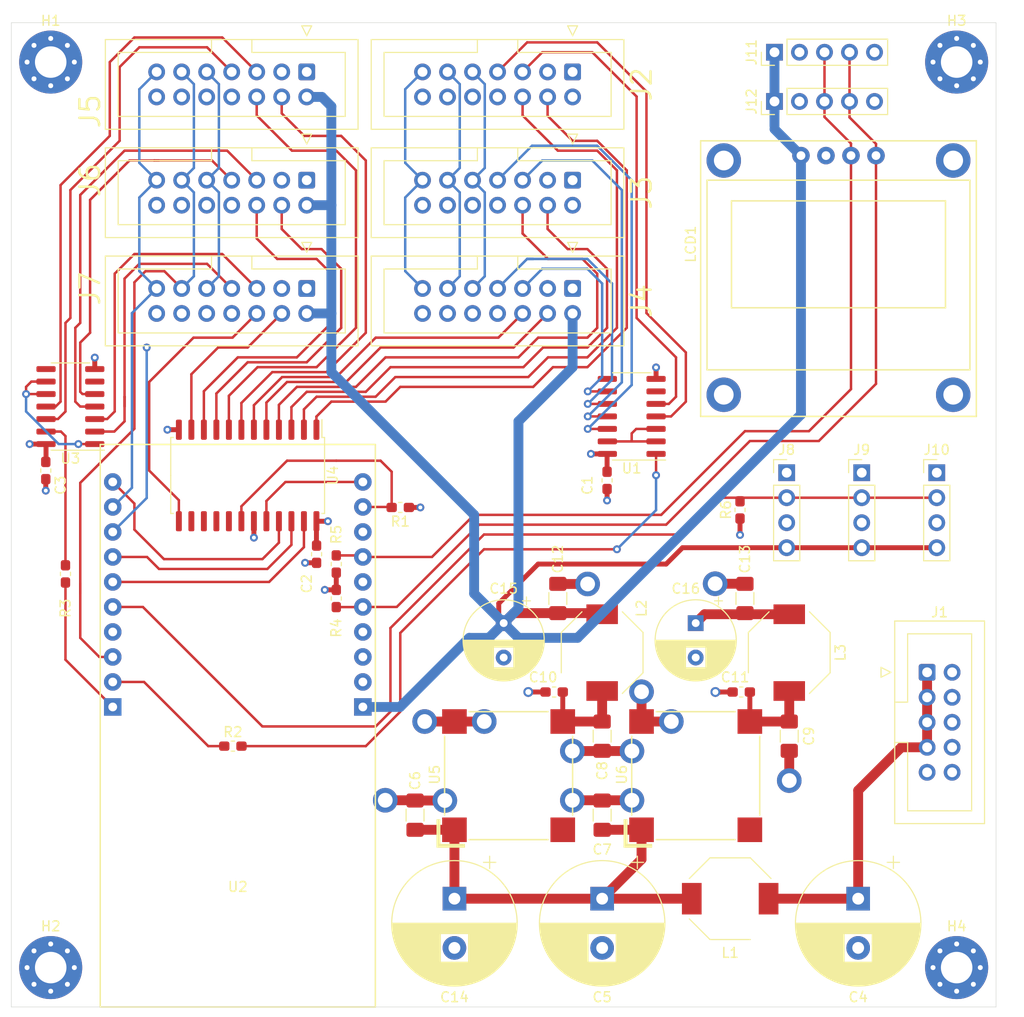
<source format=kicad_pcb>
(kicad_pcb (version 20211014) (generator pcbnew)
  (layers (0 "F.Cu" signal) (1 "In1.Cu" signal) (2 "In2.Cu" signal) (31 "B.Cu" signal) (34 "B.Paste" user) (35 "F.Paste" user) (36 "B.SilkS" user "B.Silkscreen") (37 "F.SilkS" user "F.Silkscreen") (38 "B.Mask" user) (39 "F.Mask" user) (44 "Edge.Cuts" user))
  (net 0 "")
  (net 1 "GND")
  (net 2 "+3V3")
  (net 3 "Net-(J1-Pad2)")
  (net 4 "Net-(J1-Pad9)")
  (net 5 "+9V")
  (net 6 "Net-(R1-Pad2)")
  (net 7 "Net-(R2-Pad2)")
  (net 8 "Net-(R2-Pad1)")
  (net 9 "Net-(U1-Pad13)")
  (net 10 "Net-(U2-Pad20)")
  (net 11 "Net-(U2-Pad17)")
  (net 12 "Net-(U2-Pad16)")
  (net 13 "Net-(U2-Pad14)")
  (net 14 "Net-(U2-Pad10)")
  (net 15 "Net-(U2-Pad8)")
  (net 16 "Net-(U2-Pad6)")
  (net 17 "Net-(U2-Pad4)")
  (net 18 "Net-(U4-Pad17)")
  (net 19 "Net-(U4-Pad16)")
  (net 20 "Net-(U4-Pad15)")
  (net 21 "Net-(U4-Pad14)")
  (net 22 "Net-(R3-Pad2)")
  (net 23 "Net-(R3-Pad1)")
  (net 24 "Net-(U2-Pad2)")
  (net 25 "Net-(C10-Pad1)")
  (net 26 "Net-(C11-Pad1)")
  (net 27 "+5V")
  (net 28 "Net-(U5-Pad4)")
  (net 29 "Net-(U6-Pad4)")
  (net 30 "Net-(C14-Pad1)")
  (net 31 "/ESP1/~{CS_2}")
  (net 32 "/ESP1/~{CS_1}")
  (net 33 "/ESP1/SCLK")
  (net 34 "/ESP1/MISO")
  (net 35 "/ESP1/MOSI")
  (net 36 "/ESP1/IRQ_2")
  (net 37 "/ESP1/IRQ_1")
  (net 38 "/ESP1/~{CS_4}")
  (net 39 "/ESP1/~{CS_3}")
  (net 40 "/ESP1/IRQ_4")
  (net 41 "/ESP1/IRQ_3")
  (net 42 "/ESP1/~{CS_6}")
  (net 43 "/ESP1/~{CS_5}")
  (net 44 "/ESP1/IRQ_6")
  (net 45 "/ESP1/IRQ_5")
  (net 46 "/ESP1/~{CS_8}")
  (net 47 "/ESP1/~{CS_7}")
  (net 48 "/ESP1/IRQ_8")
  (net 49 "/ESP1/IRQ_7")
  (net 50 "/ESP1/~{CS_10}")
  (net 51 "/ESP1/~{CS_9}")
  (net 52 "/ESP1/IRQ_10")
  (net 53 "/ESP1/IRQ_9")
  (net 54 "/ESP1/~{CS_12}")
  (net 55 "/ESP1/~{CS_11}")
  (net 56 "/ESP1/IRQ_12")
  (net 57 "/ESP1/IRQ_11")
  (net 58 "Net-(U3-Pad1)")
  (net 59 "Net-(J10-Pad2)")
  (net 60 "Net-(J11-Pad4)")
  (net 61 "Net-(J11-Pad3)")
  (footprint "Capacitor_SMD:C_0603_1608Metric_Pad1.05x0.95mm_HandSolder" (layer "F.Cu") (at 100.5 86.5 -90)
    (fp_text reference "C1")
    (fp_text value "0.1 uF")
  )
  (footprint "Connector_IDC:IDC-Header_2x05_P2.54mm_Vertical" (layer "F.Cu") (at 133 106)
    (fp_text reference "J1")
    (fp_text value "Conn_02x05_Odd_Even")
  )
  (footprint "Package_SO:SOIC-24W_7.5x15.4mm_P1.27mm" (layer "F.Cu") (at 64 86 -90)
    (fp_text reference "U4")
    (fp_text value "4072")
  )
  (footprint "MountingHole:MountingHole_3.2mm_M3_Pad_Via" (layer "F.Cu") (at 44 44)
    (fp_text reference "H1")
    (fp_text value "MountingHole")
  )
  (footprint "MountingHole:MountingHole_3.2mm_M3_Pad_Via" (layer "F.Cu") (at 44 136)
    (fp_text reference "H2")
    (fp_text value "MountingHole")
  )
  (footprint "MountingHole:MountingHole_3.2mm_M3_Pad_Via" (layer "F.Cu") (at 136 44)
    (fp_text reference "H3")
    (fp_text value "MountingHole")
  )
  (footprint "MountingHole:MountingHole_3.2mm_M3_Pad_Via" (layer "F.Cu") (at 136 136)
    (fp_text reference "H4")
    (fp_text value "MountingHole")
  )
  (footprint "Resistor_SMD:R_0603_1608Metric_Pad1.05x0.95mm_HandSolder" (layer "F.Cu") (at 45.5 96 90)
    (fp_text reference "R3")
    (fp_text value "330R")
  )
  (footprint "Resistor_SMD:R_0603_1608Metric_Pad1.05x0.95mm_HandSolder" (layer "F.Cu") (at 79.5 89.25 180)
    (fp_text reference "R1")
    (fp_text value "10K")
  )
  (footprint "Capacitor_SMD:C_1206_3216Metric_Pad1.42x1.75mm_HandSolder" (layer "F.Cu") (at 81 120.5125 90)
    (fp_text reference "C6")
    (fp_text value "10 uF, 35V")
  )
  (footprint "Capacitor_SMD:C_1206_3216Metric_Pad1.42x1.75mm_HandSolder" (layer "F.Cu") (at 100 120.5125 90)
    (fp_text reference "C7")
    (fp_text value "10 uF, 35V")
  )
  (footprint "Capacitor_SMD:C_1206_3216Metric_Pad1.42x1.75mm_HandSolder" (layer "F.Cu") (at 100 112.4875 -90)
    (fp_text reference "C8")
    (fp_text value "22 uF")
  )
  (footprint "Capacitor_SMD:C_1206_3216Metric_Pad1.42x1.75mm_HandSolder" (layer "F.Cu") (at 119 112.4875 -90)
    (fp_text reference "C9")
    (fp_text value "22 uF")
  )
  (footprint "Capacitor_SMD:C_0603_1608Metric_Pad1.05x0.95mm_HandSolder" (layer "F.Cu") (at 95.125 108 180)
    (fp_text reference "C10")
    (fp_text value "0.1 uF")
  )
  (footprint "Capacitor_SMD:C_0603_1608Metric_Pad1.05x0.95mm_HandSolder" (layer "F.Cu") (at 114.125 108 180)
    (fp_text reference "C11")
    (fp_text value "0.1 uF")
  )
  (footprint "custom:VXO78x-500-M" (layer "F.Cu") (at 109.5 116.5 90)
    (fp_text reference "U6")
    (fp_text value "VXO7803-500-M")
  )
  (footprint "Connector_IDC:IDC-Header_2x07_P2.54mm_Vertical" (layer "F.Cu") (at 97 56 -90)
    (fp_text reference "J3")
    (fp_text value "Conn_02x07_Odd_Even")
  )
  (footprint "Connector_IDC:IDC-Header_2x07_P2.54mm_Vertical" (layer "F.Cu") (at 97 67 -90)
    (fp_text reference "J4")
    (fp_text value "Conn_02x07_Odd_Even")
  )
  (footprint "Connector_IDC:IDC-Header_2x07_P2.54mm_Vertical" (layer "F.Cu") (at 70 67 -90)
    (fp_text reference "J7")
    (fp_text value "Conn_02x07_Odd_Even")
  )
  (footprint "Connector_IDC:IDC-Header_2x07_P2.54mm_Vertical" (layer "F.Cu") (at 70 56 -90)
    (fp_text reference "J6")
    (fp_text value "Conn_02x07_Odd_Even")
  )
  (footprint "Connector_IDC:IDC-Header_2x07_P2.54mm_Vertical" (layer "F.Cu") (at 70 45 -90)
    (fp_text reference "J5")
    (fp_text value "Conn_02x07_Odd_Even")
  )
  (footprint "Capacitor_THT:CP_Radial_D12.5mm_P5.00mm" (layer "F.Cu") (at 85 129 -90)
    (fp_text reference "C14")
    (fp_text value "CP1")
  )
  (footprint "Capacitor_THT:CP_Radial_D12.5mm_P5.00mm" (layer "F.Cu") (at 126 129 -90)
    (fp_text reference "C4")
    (fp_text value "CP1")
  )
  (footprint "Capacitor_THT:CP_Radial_D12.5mm_P5.00mm" (layer "F.Cu") (at 100 129 -90)
    (fp_text reference "C5")
    (fp_text value "CP1")
  )
  (footprint "Inductor_SMD:L_Bourns-SRU8028_8.0x8.0mm" (layer "F.Cu") (at 113 129 180)
    (fp_text reference "L1")
    (fp_text value "47 uH")
  )
  (footprint "custom:VXO78x-500-M" (layer "F.Cu") (at 90.5 116.5 90)
    (fp_text reference "U5")
    (fp_text value "VXO7805-500-M")
  )
  (footprint "Capacitor_SMD:C_1206_3216Metric_Pad1.42x1.75mm_HandSolder" (layer "F.Cu") (at 95.5 98.5 90)
    (fp_text reference "C12")
    (fp_text value "22 uF")
  )
  (footprint "Inductor_SMD:L_Bourns-SRU8028_8.0x8.0mm" (layer "F.Cu") (at 100 104 90)
    (fp_text reference "L2")
    (fp_text value "47 uH")
  )
  (footprint "Capacitor_THT:CP_Radial_D8.0mm_P3.50mm" (layer "F.Cu") (at 90 101 -90)
    (fp_text reference "C15")
    (fp_text value "CP1")
  )
  (footprint "Capacitor_THT:CP_Radial_D8.0mm_P3.50mm" (layer "F.Cu") (at 109.5 101 -90)
    (fp_text reference "C16")
    (fp_text value "CP1")
  )
  (footprint "Inductor_SMD:L_Bourns-SRU8028_8.0x8.0mm" (layer "F.Cu") (at 119 104 90)
    (fp_text reference "L3")
    (fp_text value "47 uH")
  )
  (footprint "Capacitor_SMD:C_1206_3216Metric_Pad1.42x1.75mm_HandSolder" (layer "F.Cu") (at 114.5 98.5 90)
    (fp_text reference "C13")
    (fp_text value "22 uF")
  )
  (footprint "Connector_IDC:IDC-Header_2x07_P2.54mm_Vertical" (layer "F.Cu") (at 97 45 -90)
    (fp_text reference "J2")
    (fp_text value "Conn_02x07_Odd_Even")
  )
  (footprint "Capacitor_SMD:C_0603_1608Metric_Pad1.05x0.95mm_HandSolder" (layer "F.Cu") (at 43.5 85.5 -90)
    (fp_text reference "C3")
    (fp_text value "0.1 uF")
  )
  (footprint "Capacitor_SMD:C_0603_1608Metric_Pad1.05x0.95mm_HandSolder" (layer "F.Cu") (at 71 94 -90)
    (fp_text reference "C2")
    (fp_text value "0.1 uF")
  )
  (footprint "Resistor_SMD:R_0603_1608Metric_Pad1.05x0.95mm_HandSolder" (layer "F.Cu") (at 73 98.5 -90)
    (fp_text reference "R4")
    (fp_text value "2.2K")
  )
  (footprint "Resistor_SMD:R_0603_1608Metric_Pad1.05x0.95mm_HandSolder" (layer "F.Cu") (at 73 95 90)
    (fp_text reference "R5")
    (fp_text value "2.2K")
  )
  (footprint "Package_SO:SOIC-14_3.9x8.7mm_P1.27mm" (layer "F.Cu") (at 46 79 180)
    (fp_text reference "U3")
    (fp_text value "4072")
  )
  (footprint "custom:12864-DISP-I2C" (layer "F.Cu") (at 124 53.5)
    (fp_text reference "LCD1")
    (fp_text value "0.96\"-SSD1306-DISP-I2C")
  )
  (footprint "Energy Monitor - ESP32 PCB:ESP32-POE" (layer "F.Cu") (at 63 140)
    (fp_text reference "U2")
    (fp_text value "ESP32-POE Module")
  )
  (footprint "Package_SO:SOIC-14_3.9x8.7mm_P1.27mm" (layer "F.Cu") (at 103 80 180)
    (fp_text reference "U1")
    (fp_text value "4072")
  )
  (footprint "Resistor_SMD:R_0603_1608Metric_Pad1.05x0.95mm_HandSolder" (layer "F.Cu") (at 62.5 113.5)
    (fp_text reference "R2")
    (fp_text value "330R")
  )
  (footprint "Connector_PinHeader_2.54mm:PinHeader_1x04_P2.54mm_Vertical" (layer "F.Cu") (at 118.74 85.72)
    (fp_text reference "J8")
    (fp_text value "Conn_01x04")
  )
  (footprint "Connector_PinHeader_2.54mm:PinHeader_1x04_P2.54mm_Vertical" (layer "F.Cu") (at 126.36 85.72)
    (fp_text reference "J9")
    (fp_text value "Conn_01x04")
  )
  (footprint "Connector_PinHeader_2.54mm:PinHeader_1x04_P2.54mm_Vertical" (layer "F.Cu") (at 133.98 85.72)
    (fp_text reference "J10")
    (fp_text value "Conn_01x04")
  )
  (footprint "Resistor_SMD:R_0603_1608Metric_Pad1.05x0.95mm_HandSolder" (layer "F.Cu") (at 114 89.5 90)
    (fp_text reference "R6")
    (fp_text value "10K")
  )
  (footprint "Connector_PinHeader_2.54mm:PinHeader_1x05_P2.54mm_Vertical" (layer "F.Cu") (at 117.5 43 90)
    (fp_text reference "J11")
    (fp_text value "Conn_01x05")
  )
  (footprint "Connector_PinHeader_2.54mm:PinHeader_1x05_P2.54mm_Vertical" (layer "F.Cu") (at 117.5 48 90)
    (fp_text reference "J12")
    (fp_text value "Conn_01x05")
  )
  (gr_line (start 140 40) (end 40 40) (layer "Edge.Cuts") (width 0.05))
  (gr_line (start 140 140) (end 140 40) (layer "Edge.Cuts") (width 0.05))
  (gr_line (start 40 140) (end 140 140) (layer "Edge.Cuts") (width 0.05))
  (gr_line (start 40 40) (end 40 140) (layer "Edge.Cuts") (width 0.05))
  (segment (start 81 119) (end 77.975 119) (width 1) (layer "F.Cu") (net 1))
  (segment (start 112 108) (end 112 108) (width 0.5) (layer "F.Cu") (net 1))
  (segment (start 94.25 108) (end 92.5 108) (width 0.5) (layer "F.Cu") (net 1))
  (segment (start 114.5 97) (end 111.475 97) (width 1) (layer "F.Cu") (net 1))
  (segment (start 48.475 74.025) (end 48.475 74.025) (width 0.5) (layer "F.Cu") (net 1))
  (segment (start 71 94.875) (end 69.835 94.875) (width 0.5) (layer "F.Cu") (net 1))
  (segment (start 43.5 86.375) (end 43.5 87.54) (width 0.5) (layer "F.Cu") (net 1))
  (segment (start 100.5 87.375) (end 100.5 88.54) (width 0.5) (layer "F.Cu") (net 1))
  (segment (start 64.635 90.65) (end 64.635 92.315) (width 0.5) (layer "F.Cu") (net 1))
  (segment (start 105.475 76.19) (end 105.475 75.025) (width 0.5) (layer "F.Cu") (net 1))
  (segment (start 95.5 97.025) (end 98.525 97.025) (width 1) (layer "F.Cu") (net 1))
  (segment (start 81 119.025) (end 84.025 119.025) (width 1) (layer "F.Cu") (net 1))
  (segment (start 113.25 108) (end 111.5 108) (width 0.5) (layer "F.Cu") (net 1))
  (segment (start 100 119) (end 96.975 119) (width 1) (layer "F.Cu") (net 1))
  (segment (start 48.475 75.19) (end 48.475 74.025) (width 0.5) (layer "F.Cu") (net 1))
  (segment (start 100 114) (end 96.975 114) (width 1) (layer "F.Cu") (net 1))
  (segment (start 104 111) (end 104 107.975) (width 1) (layer "F.Cu") (net 1))
  (segment (start 85 111) (end 81.975 111) (width 1) (layer "F.Cu") (net 1))
  (segment (start 85 111) (end 88.025 111) (width 1) (layer "F.Cu") (net 1))
  (segment (start 100 114) (end 103.025 114) (width 1) (layer "F.Cu") (net 1))
  (segment (start 119 113.975) (end 119 117) (width 1) (layer "F.Cu") (net 1))
  (segment (start 100 119) (end 103.025 119) (width 1) (layer "F.Cu") (net 1))
  (segment (start 104 111) (end 107.025 111) (width 1) (layer "F.Cu") (net 1))
  (segment (start 57.015 81.35) (end 55.85 81.35) (width 0.5) (layer "F.Cu") (net 1))
  (via (at 119 117) (size 2.5) (drill 1.5) (layers "F.Cu" "B.Cu") (net 1))
  (via (at 77.975 119) (size 2.5) (drill 1.5) (layers "F.Cu" "B.Cu") (net 1))
  (via (at 92.5 108) (size 1) (drill 0.6) (layers "F.Cu" "B.Cu") (net 1))
  (via (at 111.475 97) (size 2.5) (drill 1.5) (layers "F.Cu" "B.Cu") (net 1))
  (via (at 69.835 94.875) (size 0.8) (drill 0.4) (layers "F.Cu" "B.Cu") (net 1))
  (via (at 43.5 87.54) (size 0.8) (drill 0.4) (layers "F.Cu" "B.Cu") (net 1))
  (via (at 100.5 88.54) (size 0.8) (drill 0.4) (layers "F.Cu" "B.Cu") (net 1))
  (via (at 64.635 92.315) (size 0.8) (drill 0.4) (layers "F.Cu" "B.Cu") (net 1))
  (via (at 105.475 75.025) (size 0.8) (drill 0.4) (layers "F.Cu" "B.Cu") (net 1))
  (via (at 98.525 97.025) (size 2.5) (drill 1.5) (layers "F.Cu" "B.Cu") (net 1))
  (via (at 48.475 74.025) (size 0.8) (drill 0.4) (layers "F.Cu" "B.Cu") (net 1))
  (via (at 111.5 108) (size 1) (drill 0.6) (layers "F.Cu" "B.Cu") (net 1))
  (via (at 84.025 119.025) (size 2.5) (drill 1.5) (layers "F.Cu" "B.Cu") (net 1))
  (via (at 55.85 81.35) (size 0.8) (drill 0.4) (layers "F.Cu" "B.Cu") (net 1))
  (via (at 103.025 119) (size 2.5) (drill 1.5) (layers "F.Cu" "B.Cu") (net 1))
  (via (at 104 107.975) (size 2.5) (drill 1.5) (layers "F.Cu" "B.Cu") (net 1))
  (via (at 96.975 114) (size 2.5) (drill 1.5) (layers "F.Cu" "B.Cu") (net 1))
  (via (at 107.025 111) (size 2.5) (drill 1.5) (layers "F.Cu" "B.Cu") (net 1))
  (via (at 81.975 111) (size 2.5) (drill 1.5) (layers "F.Cu" "B.Cu") (net 1))
  (via (at 103.025 114) (size 2.5) (drill 1.5) (layers "F.Cu" "B.Cu") (net 1))
  (via (at 96.975 119) (size 2.5) (drill 1.5) (layers "F.Cu" "B.Cu") (net 1))
  (via (at 88.025 111) (size 2.5) (drill 1.5) (layers "F.Cu" "B.Cu") (net 1))
  (segment (start 43.525 82.81) (end 41.86 82.81) (width 0.5) (layer "F.Cu") (net 2))
  (segment (start 80.375 89.25) (end 81.54 89.25) (width 0.5) (layer "F.Cu") (net 2))
  (segment (start 114 90.375) (end 114 92.04) (width 0.5) (layer "F.Cu") (net 2))
  (segment (start 70.985 90.65) (end 70.985 93.11) (width 0.5) (layer "F.Cu") (net 2))
  (segment (start 73 97.625) (end 71.835 97.625) (width 0.5) (layer "F.Cu") (net 2))
  (segment (start 43.525 82.81) (end 43.525 84.6) (width 0.5) (layer "F.Cu") (net 2))
  (segment (start 100.5 85.625) (end 100.5 83.835) (width 0.5) (layer "F.Cu") (net 2))
  (segment (start 110.4 100.1) (end 119 100.1) (width 1) (layer "F.Cu") (net 2))
  (segment (start 100.5 83.835) (end 100.525 83.81) (width 0.5) (layer "F.Cu") (net 2))
  (segment (start 100.525 83.81) (end 98.86 83.81) (width 0.5) (layer "F.Cu") (net 2))
  (segment (start 70.985 90.65) (end 72.15 90.65) (width 0.5) (layer "F.Cu") (net 2))
  (segment (start 109.5 101) (end 110.4 100.1) (width 1) (layer "F.Cu") (net 2))
  (segment (start 73 95.875) (end 73 97.625) (width 0.5) (layer "F.Cu") (net 2))
  (segment (start 43.525 84.6) (end 43.5 84.625) (width 0.5) (layer "F.Cu") (net 2))
  (segment (start 70.985 93.11) (end 71 93.125) (width 0.5) (layer "F.Cu") (net 2))
  (via (at 41.86 82.81) (size 0.8) (drill 0.4) (layers "F.Cu" "B.Cu") (net 2))
  (via (at 81.54 89.25) (size 0.8) (drill 0.4) (layers "F.Cu" "B.Cu") (net 2))
  (via (at 114 92.04) (size 0.8) (drill 0.4) (layers "F.Cu" "B.Cu") (net 2))
  (via (at 72.15 90.65) (size 0.8) (drill 0.4) (layers "F.Cu" "B.Cu") (net 2))
  (via (at 98.86 83.81) (size 0.8) (drill 0.4) (layers "F.Cu" "B.Cu") (net 2))
  (via (at 71.835 97.625) (size 0.8) (drill 0.4) (layers "F.Cu" "B.Cu") (net 2))
  (segment (start 130.38 113.62) (end 133 113.62) (width 1) (layer "F.Cu") (net 5))
  (segment (start 126 129) (end 126 118) (width 1) (layer "F.Cu") (net 5))
  (segment (start 120.5 129) (end 116.9 129) (width 1) (layer "F.Cu") (net 5))
  (segment (start 133 113.62) (end 133 106) (width 1) (layer "F.Cu") (net 5))
  (segment (start 120.5 129) (end 126 129) (width 1) (layer "F.Cu") (net 5))
  (segment (start 126 118) (end 130.38 113.62) (width 1) (layer "F.Cu") (net 5))
  (segment (start 77.5 84.5) (end 78.625 85.625) (width 0.25) (layer "F.Cu") (net 6))
  (segment (start 68 84.5) (end 73 84.5) (width 0.25) (layer "F.Cu") (net 6))
  (segment (start 63.365 90.65) (end 63.365 89.135) (width 0.25) (layer "F.Cu") (net 6))
  (segment (start 78.325 89.2) (end 78.625 89.5) (width 0.25) (layer "F.Cu") (net 6))
  (segment (start 75.7 89.2) (end 78.325 89.2) (width 0.25) (layer "F.Cu") (net 6))
  (segment (start 73 84.5) (end 77.5 84.5) (width 0.25) (layer "F.Cu") (net 6))
  (segment (start 78.625 85.625) (end 78.625 89.25) (width 0.25) (layer "F.Cu") (net 6))
  (segment (start 63.365 89.135) (end 68 84.5) (width 0.25) (layer "F.Cu") (net 6))
  (segment (start 79.5 110) (end 79.5 102) (width 0.25) (layer "F.Cu") (net 7))
  (segment (start 79.5 102) (end 88 93.5) (width 0.25) (layer "F.Cu") (net 7))
  (segment (start 88 93.5) (end 101.500004 93.5) (width 0.25) (layer "F.Cu") (net 7))
  (segment (start 105.475 83.81) (end 105.475 85.975) (width 0.25) (layer "F.Cu") (net 7))
  (segment (start 76 113.5) (end 79.5 110) (width 0.25) (layer "F.Cu") (net 7))
  (segment (start 63.375 113.5) (end 76 113.5) (width 0.25) (layer "F.Cu") (net 7))
  (via (at 105.475 85.975) (size 0.8) (drill 0.4) (layers "F.Cu" "B.Cu") (net 7))
  (via (at 101.500004 93.5) (size 0.8) (drill 0.4) (layers "F.Cu" "B.Cu") (net 7))
  (segment (start 105.475 85.975) (end 105.475 89.525004) (width 0.25) (layer "B.Cu") (net 7))
  (segment (start 105.475 89.525004) (end 101.500004 93.5) (width 0.25) (layer "B.Cu") (net 7))
  (segment (start 50.3 106.98) (end 53.48 106.98) (width 0.25) (layer "F.Cu") (net 8))
  (segment (start 60 113.5) (end 61.625 113.5) (width 0.25) (layer "F.Cu") (net 8))
  (segment (start 53.48 106.98) (end 60 113.5) (width 0.25) (layer "F.Cu") (net 8))
  (segment (start 103.46 81.27) (end 103 81.73) (width 0.25) (layer "F.Cu") (net 9))
  (segment (start 103 81.73) (end 103 82.5) (width 0.25) (layer "F.Cu") (net 9))
  (segment (start 105.475 82.54) (end 100.525 82.54) (width 0.25) (layer "F.Cu") (net 9))
  (segment (start 105.475 81.27) (end 103.46 81.27) (width 0.25) (layer "F.Cu") (net 9))
  (segment (start 67.175 90.65) (end 67.175 92.825) (width 0.25) (layer "F.Cu") (net 10))
  (segment (start 52.5 88.86) (end 52.5 91.5) (width 0.25) (layer "F.Cu") (net 10))
  (segment (start 52.5 91.5) (end 55.5 94.5) (width 0.25) (layer "F.Cu") (net 10))
  (segment (start 65.5 94.5) (end 65.75 94.25) (width 0.25) (layer "F.Cu") (net 10))
  (segment (start 55.5 94.5) (end 65.5 94.5) (width 0.25) (layer "F.Cu") (net 10))
  (segment (start 50.3 86.66) (end 52.5 88.86) (width 0.25) (layer "F.Cu") (net 10))
  (segment (start 67.175 92.825) (end 65.75 94.25) (width 0.25) (layer "F.Cu") (net 10))
  (segment (start 66 95.5) (end 55 95.5) (width 0.25) (layer "F.Cu") (net 11))
  (segment (start 68.445 90.65) (end 68.445 93.055) (width 0.25) (layer "F.Cu") (net 11))
  (segment (start 68.445 93.055) (end 66 95.5) (width 0.25) (layer "F.Cu") (net 11))
  (segment (start 53.78 94.28) (end 50.3 94.28) (width 0.25) (layer "F.Cu") (net 11))
  (segment (start 55 95.5) (end 53.78 94.28) (width 0.25) (layer "F.Cu") (net 11))
  (segment (start 69.715 93.285) (end 67 96) (width 0.25) (layer "F.Cu") (net 12))
  (segment (start 69.715 90.65) (end 69.715 93.285) (width 0.25) (layer "F.Cu") (net 12))
  (segment (start 50.3 96.82) (end 66.18 96.82) (width 0.25) (layer "F.Cu") (net 12))
  (segment (start 66.18 96.82) (end 67 96) (width 0.25) (layer "F.Cu") (net 12))
  (segment (start 75.7 86.66) (end 67.84 86.66) (width 0.25) (layer "F.Cu") (net 14))
  (segment (start 65.905 88.595) (end 65.905 90.65) (width 0.25) (layer "F.Cu") (net 14))
  (segment (start 67.84 86.66) (end 65.905 88.595) (width 0.25) (layer "F.Cu") (net 14))
  (segment (start 43.525 81.54) (end 45.04 81.54) (width 0.25) (layer "F.Cu") (net 22))
  (segment (start 45.04 81.54) (end 45.5 82) (width 0.25) (layer "F.Cu") (net 22))
  (segment (start 45.5 82) (end 45.5 95.125) (width 0.25) (layer "F.Cu") (net 22))
  (segment (start 45.5 104.72) (end 50.3 109.52) (width 0.25) (layer "F.Cu") (net 23))
  (segment (start 45.5 96.875) (end 45.5 104.72) (width 0.25) (layer "F.Cu") (net 23))
  (segment (start 96 108) (end 96 111) (width 0.5) (layer "F.Cu") (net 25))
  (segment (start 100 111) (end 100 107.9) (width 1) (layer "F.Cu") (net 25))
  (segment (start 100 111) (end 96 111) (width 1) (layer "F.Cu") (net 25))
  (segment (start 115 108) (end 115 111) (width 0.5) (layer "F.Cu") (net 26))
  (segment (start 119 111) (end 119 107.9) (width 1) (layer "F.Cu") (net 26))
  (segment (start 115 111) (end 119 111) (width 1) (layer "F.Cu") (net 26))
  (segment (start 106.5 95) (end 93.5 95) (width 0.5) (layer "F.Cu") (net 27))
  (segment (start 133.98 93.34) (end 108.16 93.34) (width 0.5) (layer "F.Cu") (net 27))
  (segment (start 89.5 100.5) (end 90 101) (width 0.5) (layer "F.Cu") (net 27))
  (segment (start 91.0125 99.9875) (end 95.5 99.9875) (width 1) (layer "F.Cu") (net 27))
  (segment (start 95.5 99.9875) (end 99.8875 99.9875) (width 1) (layer "F.Cu") (net 27))
  (segment (start 90 101) (end 91.0125 99.9875) (width 1) (layer "F.Cu") (net 27))
  (segment (start 93.5 95) (end 89.5 99) (width 0.5) (layer "F.Cu") (net 27))
  (segment (start 99.8875 99.9875) (end 100 100.1) (width 1) (layer "F.Cu") (net 27))
  (segment (start 108.16 93.34) (end 106.5 95) (width 0.5) (layer "F.Cu") (net 27))
  (segment (start 89.5 99) (end 89.5 100.5) (width 0.5) (layer "F.Cu") (net 27))
  (segment (start 117.5 49) (end 117.5 43) (width 1) (layer "B.Cu") (net 27))
  (segment (start 73.25 76.25) (end 87 90) (width 1) (layer "B.Cu") (net 27))
  (segment (start 97.5 102.5) (end 91.5 102.5) (width 1) (layer "B.Cu") (net 27))
  (segment (start 72.5 69.54) (end 72.5 75.5) (width 1) (layer "B.Cu") (net 27))
  (segment (start 70 69.54) (end 72.5 69.54) (width 1) (layer "B.Cu") (net 27))
  (segment (start 117.5 50.81) (end 120.19 53.5) (width 1) (layer "B.Cu") (net 27))
  (segment (start 72.5 69.54) (end 72.5 58.54) (width 1) (layer "B.Cu") (net 27))
  (segment (start 90 101) (end 88.5 102.5) (width 1) (layer "B.Cu") (net 27))
  (segment (start 86.5 102.5) (end 79.48 109.52) (width 1) (layer "B.Cu") (net 27))
  (segment (start 90 101) (end 91.5 99.5) (width 1) (layer "B.Cu") (net 27))
  (segment (start 91.5 99.5) (end 91.5 80.5) (width 1) (layer "B.Cu") (net 27))
  (segment (start 117.5 50.5) (end 117.5 49) (width 1) (layer "B.Cu") (net 27))
  (segment (start 88.5 102.5) (end 86.5 102.5) (width 1) (layer "B.Cu") (net 27))
  (segment (start 91.5 80.5) (end 97 75) (width 1) (layer "B.Cu") (net 27))
  (segment (start 87 98) (end 90 101) (width 1) (layer "B.Cu") (net 27))
  (segment (start 97 75) (end 97 69.54) (width 1) (layer "B.Cu") (net 27))
  (segment (start 72.5 48.5) (end 71.54 47.54) (width 1) (layer "B.Cu") (net 27))
  (segment (start 120.19 53.5) (end 120.19 79.81) (width 1) (layer "B.Cu") (net 27))
  (segment (start 71.54 47.54) (end 70 47.54) (width 1) (layer "B.Cu") (net 27))
  (segment (start 120.19 79.81) (end 97.5 102.5) (width 1) (layer "B.Cu") (net 27))
  (segment (start 87 90) (end 87 98) (width 1) (layer "B.Cu") (net 27))
  (segment (start 79.48 109.52) (end 75.7 109.52) (width 1) (layer "B.Cu") (net 27))
  (segment (start 72.5 58.54) (end 70 58.54) (width 1) (layer "B.Cu") (net 27))
  (segment (start 72.5 75.5) (end 73.25 76.25) (width 1) (layer "B.Cu") (net 27))
  (segment (start 91.5 102.5) (end 90 101) (width 1) (layer "B.Cu") (net 27))
  (segment (start 72.5 58.54) (end 72.5 48.5) (width 1) (layer "B.Cu") (net 27))
  (segment (start 104 125) (end 104 122) (width 1) (layer "F.Cu") (net 30))
  (segment (start 81 122) (end 85 122) (width 1) (layer "F.Cu") (net 30))
  (segment (start 85 129) (end 85 122) (width 1) (layer "F.Cu") (net 30))
  (segment (start 100 122) (end 104 122) (width 1) (layer "F.Cu") (net 30))
  (segment (start 85 129) (end 100 129) (width 1) (layer "F.Cu") (net 30))
  (segment (start 100 129) (end 104 125) (width 1) (layer "F.Cu") (net 30))
  (segment (start 100 129) (end 109.1 129) (width 1) (layer "F.Cu") (net 30))
  (segment (start 98.5 74) (end 101.5 71) (width 0.25) (layer "F.Cu") (net 31))
  (segment (start 101.5 55) (end 99.5 53) (width 0.25) (layer "F.Cu") (net 31))
  (segment (start 71 78) (end 77 78) (width 0.25) (layer "F.Cu") (net 31))
  (segment (start 95.5 53) (end 91.92 49.42) (width 0.25) (layer "F.Cu") (net 31))
  (segment (start 94.5 74) (end 98.5 74) (width 0.25) (layer "F.Cu") (net 31))
  (segment (start 91.92 49.42) (end 91.92 47.54) (width 0.25) (layer "F.Cu") (net 31))
  (segment (start 69.715 81.35) (end 69.715 79.285) (width 0.25) (layer "F.Cu") (net 31))
  (segment (start 99.5 53) (end 95.5 53) (width 0.25) (layer "F.Cu") (net 31))
  (segment (start 92.5 76) (end 94.5 74) (width 0.25) (layer "F.Cu") (net 31))
  (segment (start 77 78) (end 79 76) (width 0.25) (layer "F.Cu") (net 31))
  (segment (start 101.5 71) (end 101.5 55) (width 0.25) (layer "F.Cu") (net 31))
  (segment (start 69.715 79.285) (end 71 78) (width 0.25) (layer "F.Cu") (net 31))
  (segment (start 79 76) (end 92.5 76) (width 0.25) (layer "F.Cu") (net 31))
  (segment (start 94.46 47.54) (end 94.46 49.46) (width 0.25) (layer "F.Cu") (net 32))
  (segment (start 79.5 77) (end 78 78.5) (width 0.25) (layer "F.Cu") (net 32))
  (segment (start 95 75) (end 93 77) (width 0.25) (layer "F.Cu") (net 32))
  (segment (start 94.46 49.46) (end 97 52) (width 0.25) (layer "F.Cu") (net 32))
  (segment (start 97 52) (end 99.5 52) (width 0.25) (layer "F.Cu") (net 32))
  (segment (start 102.5 55) (end 102.5 71) (width 0.25) (layer "F.Cu") (net 32))
  (segment (start 78 78.5) (end 72.5 78.5) (width 0.25) (layer "F.Cu") (net 32))
  (segment (start 70.985 80.015) (end 70.985 81.35) (width 0.25) (layer "F.Cu") (net 32))
  (segment (start 93 77) (end 79.5 77) (width 0.25) (layer "F.Cu") (net 32))
  (segment (start 102.5 71) (end 98.5 75) (width 0.25) (layer "F.Cu") (net 32))
  (segment (start 98.5 75) (end 95 75) (width 0.25) (layer "F.Cu") (net 32))
  (segment (start 99.5 52) (end 102.5 55) (width 0.25) (layer "F.Cu") (net 32))
  (segment (start 72.5 78.5) (end 70.985 80.015) (width 0.25) (layer "F.Cu") (net 32))
  (segment (start 53 46.76) (end 54.76 45) (width 0.25) (layer "B.Cu") (net 33))
  (segment (start 54.76 67) (end 53 65.24) (width 0.25) (layer "B.Cu") (net 33))
  (segment (start 81.76 56) (end 80 57.76) (width 0.25) (layer "B.Cu") (net 33))
  (segment (start 54.76 56) (end 53 54.24) (width 0.25) (layer "B.Cu") (net 33))
  (segment (start 80 65.24) (end 81.76 67) (width 0.25) (layer "B.Cu") (net 33))
  (segment (start 80 57.76) (end 80 65.24) (width 0.25) (layer "B.Cu") (net 33))
  (segment (start 50.3 89.2) (end 52.25 87.25) (width 0.25) (layer "B.Cu") (net 33))
  (segment (start 80 54.24) (end 81.76 56) (width 0.25) (layer "B.Cu") (net 33))
  (segment (start 52.25 87.25) (end 52.25 69.51) (width 0.25) (layer "B.Cu") (net 33))
  (segment (start 53 57.76) (end 54.76 56) (width 0.25) (layer "B.Cu") (net 33))
  (segment (start 52.25 69.51) (end 54.76 67) (width 0.25) (layer "B.Cu") (net 33))
  (segment (start 80 46.76) (end 80 54.24) (width 0.25) (layer "B.Cu") (net 33))
  (segment (start 81.76 45) (end 80 46.76) (width 0.25) (layer "B.Cu") (net 33))
  (segment (start 53 65.24) (end 53 57.76) (width 0.25) (layer "B.Cu") (net 33))
  (segment (start 53 54.24) (end 53 46.76) (width 0.25) (layer "B.Cu") (net 33))
  (segment (start 52.5 81.25) (end 52.5 66.375) (width 0.25) (layer "F.Cu") (net 34))
  (segment (start 53.625 65.25) (end 55.55 65.25) (width 0.25) (layer "F.Cu") (net 34))
  (segment (start 55.55 65.25) (end 57.3 67) (width 0.25) (layer "F.Cu") (net 34))
  (segment (start 52.5 66.375) (end 53.625 65.25) (width 0.25) (layer "F.Cu") (net 34))
  (segment (start 47 98) (end 47 97) (width 0.25) (layer "F.Cu") (net 34))
  (segment (start 47 97) (end 47 102.5) (width 0.25) (layer "F.Cu") (net 34))
  (segment (start 47 97) (end 47 86.75) (width 0.25) (layer "F.Cu") (net 34))
  (segment (start 47 86.75) (end 52.5 81.25) (width 0.25) (layer "F.Cu") (net 34))
  (segment (start 48.94 104.44) (end 50.3 104.44) (width 0.25) (layer "F.Cu") (net 34))
  (segment (start 47 102.5) (end 48.94 104.44) (width 0.25) (layer "F.Cu") (net 34))
  (segment (start 84.3 56) (end 85.54 57.24) (width 0.25) (layer "B.Cu") (net 34))
  (segment (start 85.54 57.24) (end 85.54 65.76) (width 0.25) (layer "B.Cu") (net 34))
  (segment (start 85.54 65.76) (end 84.3 67) (width 0.25) (layer "B.Cu") (net 34))
  (segment (start 57.3 45) (end 58.54 46.24) (width 0.25) (layer "B.Cu") (net 34))
  (segment (start 58.54 46.24) (end 58.54 54.76) (width 0.25) (layer "B.Cu") (net 34))
  (segment (start 58.54 54.76) (end 57.3 56) (width 0.25) (layer "B.Cu") (net 34))
  (segment (start 85.54 46.24) (end 85.54 54.76) (width 0.25) (layer "B.Cu") (net 34))
  (segment (start 58.54 57.24) (end 58.54 65.76) (width 0.25) (layer "B.Cu") (net 34))
  (segment (start 58.54 65.76) (end 57.3 67) (width 0.25) (layer "B.Cu") (net 34))
  (segment (start 85.54 54.76) (end 84.3 56) (width 0.25) (layer "B.Cu") (net 34))
  (segment (start 57.3 56) (end 58.54 57.24) (width 0.25) (layer "B.Cu") (net 34))
  (segment (start 84.3 45) (end 85.54 46.24) (width 0.25) (layer "B.Cu") (net 34))
  (via (at 53.75 73) (size 0.8) (drill 0.4) (layers "F.Cu" "B.Cu") (net 35))
  (segment (start 88.08 54.76) (end 86.84 56) (width 0.25) (layer "B.Cu") (net 35))
  (segment (start 86.84 56) (end 88.08 57.24) (width 0.25) (layer "B.Cu") (net 35))
  (segment (start 61.08 65.76) (end 59.84 67) (width 0.25) (layer "B.Cu") (net 35))
  (segment (start 61.08 54.76) (end 59.84 56) (width 0.25) (layer "B.Cu") (net 35))
  (segment (start 86.84 45) (end 88.08 46.24) (width 0.25) (layer "B.Cu") (net 35))
  (segment (start 61.08 57.24) (end 61.08 65.76) (width 0.25) (layer "B.Cu") (net 35))
  (segment (start 59.84 56) (end 61.08 57.24) (width 0.25) (layer "B.Cu") (net 35))
  (segment (start 50.3 91.74) (end 53.75 88.29) (width 0.25) (layer "B.Cu") (net 35))
  (segment (start 88.08 57.24) (end 88.08 65.76) (width 0.25) (layer "B.Cu") (net 35))
  (segment (start 59.84 45) (end 61.08 46.24) (width 0.25) (layer "B.Cu") (net 35))
  (segment (start 88.08 65.76) (end 86.84 67) (width 0.25) (layer "B.Cu") (net 35))
  (segment (start 88.08 46.24) (end 88.08 54.76) (width 0.25) (layer "B.Cu") (net 35))
  (segment (start 53.75 88.29) (end 53.75 73) (width 0.25) (layer "B.Cu") (net 35))
  (segment (start 61.08 46.24) (end 61.08 54.76) (width 0.25) (layer "B.Cu") (net 35))
  (segment (start 99.5 42) (end 104.5 47) (width 0.25) (layer "F.Cu") (net 36))
  (segment (start 108.5 73.5) (end 108.5 78.5) (width 0.25) (layer "F.Cu") (net 36))
  (segment (start 107 80) (end 105.475 80) (width 0.25) (layer "F.Cu") (net 36))
  (segment (start 89.38 45) (end 92.38 42) (width 0.25) (layer "F.Cu") (net 36))
  (segment (start 104.5 69.5) (end 108.5 73.5) (width 0.25) (layer "F.Cu") (net 36))
  (segment (start 108.5 78.5) (end 107 80) (width 0.25) (layer "F.Cu") (net 36))
  (segment (start 104.5 47) (end 104.5 69.5) (width 0.25) (layer "F.Cu") (net 36))
  (segment (start 92.38 42) (end 99.5 42) (width 0.25) (layer "F.Cu") (net 36))
  (segment (start 107.5 74) (end 103.5 70) (width 0.25) (layer "F.Cu") (net 37))
  (segment (start 103.5 70) (end 103.5 47.5) (width 0.25) (layer "F.Cu") (net 37))
  (segment (start 107.5 78) (end 107.5 74) (width 0.25) (layer "F.Cu") (net 37))
  (segment (start 106.77 78.73) (end 107.5 78) (width 0.25) (layer "F.Cu") (net 37))
  (segment (start 103.5 47.5) (end 99 43) (width 0.25) (layer "F.Cu") (net 37))
  (segment (start 105.475 78.73) (end 106.77 78.73) (width 0.25) (layer "F.Cu") (net 37))
  (segment (start 99 43) (end 93.92 43) (width 0.25) (layer "F.Cu") (net 37))
  (segment (start 93.92 43) (end 91.92 45) (width 0.25) (layer "F.Cu") (net 37))
  (segment (start 67.175 81.35) (end 67.175 78.825) (width 0.25) (layer "F.Cu") (net 38))
  (segment (start 91.5 74) (end 93.5 72) (width 0.25) (layer "F.Cu") (net 38))
  (segment (start 99.5 71) (end 99.5 65.5) (width 0.25) (layer "F.Cu") (net 38))
  (segment (start 91.92 61.42) (end 91.92 58.54) (width 0.25) (layer "F.Cu") (net 38))
  (segment (start 93.5 72) (end 98.5 72) (width 0.25) (layer "F.Cu") (net 38))
  (segment (start 98.5 72) (end 99.5 71) (width 0.25) (layer "F.Cu") (net 38))
  (segment (start 75 77) (end 78 74) (width 0.25) (layer "F.Cu") (net 38))
  (segment (start 67.175 78.825) (end 69 77) (width 0.25) (layer "F.Cu") (net 38))
  (segment (start 99.5 65.5) (end 98 64) (width 0.25) (layer "F.Cu") (net 38))
  (segment (start 78 74) (end 91.5 74) (width 0.25) (layer "F.Cu") (net 38))
  (segment (start 94.5 64) (end 91.92 61.42) (width 0.25) (layer "F.Cu") (net 38))
  (segment (start 98 64) (end 94.5 64) (width 0.25) (layer "F.Cu") (net 38))
  (segment (start 69 77) (end 75 77) (width 0.25) (layer "F.Cu") (net 38))
  (segment (start 68.445 81.35) (end 68.445 79.055) (width 0.25) (layer "F.Cu") (net 39))
  (segment (start 98.5 63) (end 96.5 63) (width 0.25) (layer "F.Cu") (net 39))
  (segment (start 76 77.5) (end 78.5 75) (width 0.25) (layer "F.Cu") (net 39))
  (segment (start 92 75) (end 94 73) (width 0.25) (layer "F.Cu") (net 39))
  (segment (start 70 77.5) (end 76 77.5) (width 0.25) (layer "F.Cu") (net 39))
  (segment (start 68.445 79.055) (end 70 77.5) (width 0.25) (layer "F.Cu") (net 39))
  (segment (start 100.5 71) (end 100.5 65) (width 0.25) (layer "F.Cu") (net 39))
  (segment (start 98.5 73) (end 100.5 71) (width 0.25) (layer "F.Cu") (net 39))
  (segment (start 96.5 63) (end 94.46 60.96) (width 0.25) (layer "F.Cu") (net 39))
  (segment (start 94 73) (end 98.5 73) (width 0.25) (layer "F.Cu") (net 39))
  (segment (start 94.46 60.96) (end 94.46 58.54) (width 0.25) (layer "F.Cu") (net 39))
  (segment (start 78.5 75) (end 92 75) (width 0.25) (layer "F.Cu") (net 39))
  (segment (start 100.5 65) (end 98.5 63) (width 0.25) (layer "F.Cu") (net 39))
  (segment (start 100.525 81.27) (end 98.54 81.27) (width 0.25) (layer "F.Cu") (net 40))
  (via (at 98.54 81.27) (size 0.8) (drill 0.4) (layers "F.Cu" "B.Cu") (net 40))
  (segment (start 103 56) (end 99.5 52.5) (width 0.25) (layer "B.Cu") (net 40))
  (segment (start 89.38 56) (end 92.88 52.5) (width 0.25) (layer "B.Cu") (net 40))
  (segment (start 98.54 81.27) (end 103 76.81) (width 0.25) (layer "B.Cu") (net 40))
  (segment (start 103 76.81) (end 103 56) (width 0.25) (layer "B.Cu") (net 40))
  (segment (start 92.88 52.5) (end 99.5 52.5) (width 0.25) (layer "B.Cu") (net 40))
  (segment (start 100.525 80) (end 98.54 80) (width 0.25) (layer "F.Cu") (net 41))
  (via (at 98.54 80) (size 0.8) (drill 0.4) (layers "F.Cu" "B.Cu") (net 41))
  (segment (start 99 54) (end 93.92 54) (width 0.25) (layer "B.Cu") (net 41))
  (segment (start 98.54 80) (end 102 76.54) (width 0.25) (layer "B.Cu") (net 41))
  (segment (start 93.92 54) (end 91.92 56) (width 0.25) (layer "B.Cu") (net 41))
  (segment (start 102 57) (end 99 54) (width 0.25) (layer "B.Cu") (net 41))
  (segment (start 102 76.54) (end 102 57) (width 0.25) (layer "B.Cu") (net 41))
  (segment (start 73 76) (end 77 72) (width 0.25) (layer "F.Cu") (net 42))
  (segment (start 67.5 76) (end 73 76) (width 0.25) (layer "F.Cu") (net 42))
  (segment (start 77 72) (end 89.46 72) (width 0.25) (layer "F.Cu") (net 42))
  (segment (start 64.635 81.35) (end 64.635 78.865) (width 0.25) (layer "F.Cu") (net 42))
  (segment (start 89.46 72) (end 91.92 69.54) (width 0.25) (layer "F.Cu") (net 42))
  (segment (start 64.635 78.865) (end 67.5 76) (width 0.25) (layer "F.Cu") (net 42))
  (segment (start 68 76.5) (end 65.905 78.595) (width 0.25) (layer "F.Cu") (net 43))
  (segment (start 65.905 78.595) (end 65.905 81.35) (width 0.25) (layer "F.Cu") (net 43))
  (segment (start 91 73) (end 77.5 73) (width 0.25) (layer "F.Cu") (net 43))
  (segment (start 74 76.5) (end 68 76.5) (width 0.25) (layer "F.Cu") (net 43))
  (segment (start 77.5 73) (end 74 76.5) (width 0.25) (layer "F.Cu") (net 43))
  (segment (start 94.46 69.54) (end 91 73) (width 0.25) (layer "F.Cu") (net 43))
  (segment (start 100.525 78.73) (end 98.54 78.73) (width 0.25) (layer "F.Cu") (net 44))
  (via (at 98.54 78.73) (size 0.8) (drill 0.4) (layers "F.Cu" "B.Cu") (net 44))
  (segment (start 92.38 64) (end 93 64) (width 0.25) (layer "B.Cu") (net 44))
  (segment (start 89.38 67) (end 92.38 64) (width 0.25) (layer "B.Cu") (net 44))
  (segment (start 98.5 64) (end 92.38 64) (width 0.25) (layer "B.Cu") (net 44))
  (segment (start 101 66.5) (end 98.5 64) (width 0.25) (layer "B.Cu") (net 44))
  (segment (start 98.54 78.73) (end 101 76.27) (width 0.25) (layer "B.Cu") (net 44))
  (segment (start 101 76.27) (end 101 66.5) (width 0.25) (layer "B.Cu") (net 44))
  (segment (start 100.525 77.46) (end 98.54 77.46) (width 0.25) (layer "F.Cu") (net 45))
  (via (at 98.54 77.46) (size 0.8) (drill 0.4) (layers "F.Cu" "B.Cu") (net 45))
  (segment (start 100 76) (end 98.54 77.46) (width 0.25) (layer "B.Cu") (net 45))
  (segment (start 93.92 65) (end 98.5 65) (width 0.25) (layer "B.Cu") (net 45))
  (segment (start 98.5 65) (end 100 66.5) (width 0.25) (layer "B.Cu") (net 45))
  (segment (start 91.92 67) (end 93.92 65) (width 0.25) (layer "B.Cu") (net 45))
  (segment (start 100 66.5) (end 100 76) (width 0.25) (layer "B.Cu") (net 45))
  (segment (start 62.095 77.905) (end 65 75) (width 0.25) (layer "F.Cu") (net 46))
  (segment (start 75 71) (end 75 55) (width 0.25) (layer "F.Cu") (net 46))
  (segment (start 68.5 53) (end 64.92 49.42) (width 0.25) (layer "F.Cu") (net 46))
  (segment (start 73 53) (end 68.5 53) (width 0.25) (layer "F.Cu") (net 46))
  (segment (start 65 75) (end 71 75) (width 0.25) (layer "F.Cu") (net 46))
  (segment (start 71 75) (end 75 71) (width 0.25) (layer "F.Cu") (net 46))
  (segment (start 62.095 81.35) (end 62.095 77.905) (width 0.25) (layer "F.Cu") (net 46))
  (segment (start 64.92 49.42) (end 64.92 47.54) (width 0.25) (layer "F.Cu") (net 46))
  (segment (start 75 55) (end 73 53) (width 0.25) (layer "F.Cu") (net 46))
  (segment (start 67.46 49.21) (end 69.75 51.5) (width 0.25) (layer "F.Cu") (net 47))
  (segment (start 63.365 78.635) (end 63.365 81.35) (width 0.25) (layer "F.Cu") (net 47))
  (segment (start 76 71.5) (end 72 75.5) (width 0.25) (layer "F.Cu") (net 47))
  (segment (start 66.5 75.5) (end 63.365 78.635) (width 0.25) (layer "F.Cu") (net 47))
  (segment (start 72 75.5) (end 66.5 75.5) (width 0.25) (layer "F.Cu") (net 47))
  (segment (start 69.75 51.5) (end 73.5 51.5) (width 0.25) (layer "F.Cu") (net 47))
  (segment (start 67.46 47.54) (end 67.46 49.21) (width 0.25) (layer "F.Cu") (net 47))
  (segment (start 76 54) (end 76 71.5) (width 0.25) (layer "F.Cu") (net 47))
  (segment (start 73.5 51.5) (end 76 54) (width 0.25) (layer "F.Cu") (net 47))
  (segment (start 44.73 80.27) (end 43.525 80.27) (width 0.25) (layer "F.Cu") (net 48))
  (segment (start 62.38 45) (end 59.88 42.5) (width 0.25) (layer "F.Cu") (net 48))
  (segment (start 51 52) (end 46 57) (width 0.25) (layer "F.Cu") (net 48))
  (segment (start 46 57) (end 46 70) (width 0.25) (layer "F.Cu") (net 48))
  (segment (start 59.88 42.5) (end 53 42.5) (width 0.25) (layer "F.Cu") (net 48))
  (segment (start 45.5 79.5) (end 44.73 80.27) (width 0.25) (layer "F.Cu") (net 48))
  (segment (start 53 42.5) (end 51 44.5) (width 0.25) (layer "F.Cu") (net 48))
  (segment (start 46 70) (end 45.5 70.5) (width 0.25) (layer "F.Cu") (net 48))
  (segment (start 45.5 70.5) (end 45.5 79.5) (width 0.25) (layer "F.Cu") (net 48))
  (segment (start 51 44.5) (end 51 52) (width 0.25) (layer "F.Cu") (net 48))
  (segment (start 61.42 41.5) (end 52.5 41.5) (width 0.25) (layer "F.Cu") (net 49))
  (segment (start 50 44) (end 50 51.5) (width 0.25) (layer "F.Cu") (net 49))
  (segment (start 44.5 79) (end 43.525 79) (width 0.25) (layer "F.Cu") (net 49))
  (segment (start 45 78.5) (end 44.5 79) (width 0.25) (layer "F.Cu") (net 49))
  (segment (start 50 51.5) (end 45 56.5) (width 0.25) (layer "F.Cu") (net 49))
  (segment (start 52.5 41.5) (end 50 44) (width 0.25) (layer "F.Cu") (net 49))
  (segment (start 45 56.5) (end 45 78.5) (width 0.25) (layer "F.Cu") (net 49))
  (segment (start 64.92 45) (end 61.42 41.5) (width 0.25) (layer "F.Cu") (net 49))
  (segment (start 63 74) (end 69 74) (width 0.25) (layer "F.Cu") (net 50))
  (segment (start 67 64) (end 64.92 61.92) (width 0.25) (layer "F.Cu") (net 50))
  (segment (start 72.5 70.5) (end 72.5 65.5) (width 0.25) (layer "F.Cu") (net 50))
  (segment (start 72.5 65.5) (end 71 64) (width 0.25) (layer "F.Cu") (net 50))
  (segment (start 59.555 81.35) (end 59.555 77.445) (width 0.25) (layer "F.Cu") (net 50))
  (segment (start 59.555 77.445) (end 63 74) (width 0.25) (layer "F.Cu") (net 50))
  (segment (start 64.92 61.92) (end 64.92 58.54) (width 0.25) (layer "F.Cu") (net 50))
  (segment (start 71 64) (end 67 64) (width 0.25) (layer "F.Cu") (net 50))
  (segment (start 69 74) (end 72.5 70.5) (width 0.25) (layer "F.Cu") (net 50))
  (segment (start 70 74.5) (end 64 74.5) (width 0.25) (layer "F.Cu") (net 51))
  (segment (start 64 74.5) (end 60.825 77.675) (width 0.25) (layer "F.Cu") (net 51))
  (segment (start 71.5 63) (end 73.5 65) (width 0.25) (layer "F.Cu") (net 51))
  (segment (start 60.825 77.675) (end 60.825 81.35) (width 0.25) (layer "F.Cu") (net 51))
  (segment (start 69.5 63) (end 71.5 63) (width 0.25) (layer "F.Cu") (net 51))
  (segment (start 67.46 60.96) (end 69.5 63) (width 0.25) (layer "F.Cu") (net 51))
  (segment (start 67.46 58.54) (end 67.46 60.96) (width 0.25) (layer "F.Cu") (net 51))
  (segment (start 73.5 65) (end 73.5 71) (width 0.25) (layer "F.Cu") (net 51))
  (segment (start 73.5 71) (end 70 74.5) (width 0.25) (layer "F.Cu") (net 51))
  (segment (start 54.5 54) (end 60.38 54) (width 0.25) (layer "F.Cu") (net 52))
  (segment (start 48.475 77.73) (end 47.23 77.73) (width 0.25) (layer "F.Cu") (net 52))
  (segment (start 60.38 54) (end 62.38 56) (width 0.25) (layer "F.Cu") (net 52))
  (segment (start 48 58) (end 52 54) (width 0.25) (layer "F.Cu") (net 52))
  (segment (start 48 71.5) (end 48 58) (width 0.25) (layer "F.Cu") (net 52))
  (segment (start 47.23 77.73) (end 47 77.5) (width 0.25) (layer "F.Cu") (net 52))
  (segment (start 54.5 54) (end 55 54) (width 0.25) (layer "F.Cu") (net 52))
  (segment (start 47 77.5) (end 47 72.5) (width 0.25) (layer "F.Cu") (net 52))
  (segment (start 47 72.5) (end 48 71.5) (width 0.25) (layer "F.Cu") (net 52))
  (segment (start 52 54) (end 54.5 54) (width 0.25) (layer "F.Cu") (net 52))
  (segment (start 47 79) (end 46.5 78.5) (width 0.25) (layer "F.Cu") (net 53))
  (segment (start 48.475 79) (end 47 79) (width 0.25) (layer "F.Cu") (net 53))
  (segment (start 46.5 78.5) (end 46.5 71) (width 0.25) (layer "F.Cu") (net 53))
  (segment (start 58 53) (end 58.5 53) (width 0.25) (layer "F.Cu") (net 53))
  (segment (start 47 70.5) (end 47 57.5) (width 0.25) (layer "F.Cu") (net 53))
  (segment (start 61.92 53) (end 64.92 56) (width 0.25) (layer "F.Cu") (net 53))
  (segment (start 47 57.5) (end 51.5 53) (width 0.25) (layer "F.Cu") (net 53))
  (segment (start 51.5 53) (end 58 53) (width 0.25) (layer "F.Cu") (net 53))
  (segment (start 46.5 71) (end 47 70.5) (width 0.25) (layer "F.Cu") (net 53))
  (segment (start 58 53) (end 61.92 53) (width 0.25) (layer "F.Cu") (net 53))
  (segment (start 57.015 90.65) (end 57.015 88.515) (width 0.25) (layer "F.Cu") (net 54))
  (segment (start 54 76.5) (end 58.5 72) (width 0.25) (layer "F.Cu") (net 54))
  (segment (start 57.015 88.515) (end 54 85.5) (width 0.25) (layer "F.Cu") (net 54))
  (segment (start 62.46 72) (end 64.92 69.54) (width 0.25) (layer "F.Cu") (net 54))
  (segment (start 54 85.5) (end 54 76.5) (width 0.25) (layer "F.Cu") (net 54))
  (segment (start 58.5 72) (end 62.46 72) (width 0.25) (layer "F.Cu") (net 54))
  (segment (start 58.285 75.715) (end 61 73) (width 0.25) (layer "F.Cu") (net 55))
  (segment (start 64 73) (end 67.46 69.54) (width 0.25) (layer "F.Cu") (net 55))
  (segment (start 58.285 81.35) (end 58.285 75.715) (width 0.25) (layer "F.Cu") (net 55))
  (segment (start 61 73) (end 64 73) (width 0.25) (layer "F.Cu") (net 55))
  (segment (start 51.5 78) (end 51.5 79) (width 0.25) (layer "F.Cu") (net 56))
  (segment (start 51.5 66) (end 51.5 78) (width 0.25) (layer "F.Cu") (net 56))
  (segment (start 51.5 80.5) (end 50.46 81.54) (width 0.25) (layer "F.Cu") (net 56))
  (segment (start 53 64.5) (end 51.5 66) (width 0.25) (layer "F.Cu") (net 56))
  (segment (start 59.88 64.5) (end 53 64.5) (width 0.25) (layer "F.Cu") (net 56))
  (segment (start 62.38 67) (end 59.88 64.5) (width 0.25) (layer "F.Cu") (net 56))
  (segment (start 50.46 81.54) (end 48.475 81.54) (width 0.25) (layer "F.Cu") (net 56))
  (segment (start 51.5 78) (end 51.5 80.5) (width 0.25) (layer "F.Cu") (net 56))
  (segment (start 61.42 63.5) (end 52.5 63.5) (width 0.25) (layer "F.Cu") (net 57))
  (segment (start 50.5 79.5) (end 49.73 80.27) (width 0.25) (layer "F.Cu") (net 57))
  (segment (start 64.92 67) (end 61.42 63.5) (width 0.25) (layer "F.Cu") (net 57))
  (segment (start 52.5 63.5) (end 50.5 65.5) (width 0.25) (layer "F.Cu") (net 57))
  (segment (start 50.5 65.5) (end 50.5 79.5) (width 0.25) (layer "F.Cu") (net 57))
  (segment (start 49.73 80.27) (end 48.475 80.27) (width 0.25) (layer "F.Cu") (net 57))
  (segment (start 48.475 82.81) (end 46.81 82.81) (width 0.25) (layer "F.Cu") (net 58))
  (segment (start 43.525 76.46) (end 42.04 76.46) (width 0.25) (layer "F.Cu") (net 58))
  (segment (start 41.50002 76.99998) (end 41.50002 77.73) (width 0.25) (layer "F.Cu") (net 58))
  (segment (start 43.525 77.73) (end 41.50002 77.73) (width 0.25) (layer "F.Cu") (net 58))
  (segment (start 42.04 76.46) (end 41.50002 76.99998) (width 0.25) (layer "F.Cu") (net 58))
  (via (at 46.81 82.81) (size 0.8) (drill 0.4) (layers "F.Cu" "B.Cu") (net 58))
  (via (at 41.50002 77.73) (size 0.8) (drill 0.4) (layers "F.Cu" "B.Cu") (net 58))
  (segment (start 44.81 82.81) (end 41.50002 79.50002) (width 0.25) (layer "B.Cu") (net 58))
  (segment (start 41.50002 79.50002) (end 41.50002 77.73) (width 0.25) (layer "B.Cu") (net 58))
  (segment (start 46.81 82.81) (end 44.81 82.81) (width 0.25) (layer "B.Cu") (net 58))
  (segment (start 114 88.5) (end 113.76 88.26) (width 0.25) (layer "F.Cu") (net 59))
  (segment (start 50.3 99.36) (end 53.36 99.36) (width 0.25) (layer "F.Cu") (net 59))
  (segment (start 114 88.625) (end 114 88.5) (width 0.25) (layer "F.Cu") (net 59))
  (segment (start 77 111.5) (end 78.5 110) (width 0.25) (layer "F.Cu") (net 59))
  (segment (start 112.24 88.26) (end 113.76 88.26) (width 0.25) (layer "F.Cu") (net 59))
  (segment (start 65.5 111.5) (end 77 111.5) (width 0.25) (layer "F.Cu") (net 59))
  (segment (start 53.36 99.36) (end 65.5 111.5) (width 0.25) (layer "F.Cu") (net 59))
  (segment (start 78.5 101.5) (end 88 92) (width 0.25) (layer "F.Cu") (net 59))
  (segment (start 113.76 88.26) (end 118.74 88.26) (width 0.25) (layer "F.Cu") (net 59))
  (segment (start 108.5 92) (end 112.24 88.26) (width 0.25) (layer "F.Cu") (net 59))
  (segment (start 78.5 110) (end 78.5 101.5) (width 0.25) (layer "F.Cu") (net 59))
  (segment (start 88 92) (end 108.5 92) (width 0.25) (layer "F.Cu") (net 59))
  (segment (start 133.98 88.26) (end 118.74 88.26) (width 0.25) (layer "F.Cu") (net 59))
  (segment (start 127.81 52.31) (end 127.81 53.5) (width 0.25) (layer "F.Cu") (net 60))
  (segment (start 87.5 91) (end 79.14 99.36) (width 0.25) (layer "F.Cu") (net 60))
  (segment (start 106.5 91) (end 87.5 91) (width 0.25) (layer "F.Cu") (net 60))
  (segment (start 127.81 76.69) (end 122 82.5) (width 0.25) (layer "F.Cu") (net 60))
  (segment (start 73 99.375) (end 75.685 99.375) (width 0.25) (layer "F.Cu") (net 60))
  (segment (start 115 82.5) (end 106.5 91) (width 0.25) (layer "F.Cu") (net 60))
  (segment (start 75.685 99.375) (end 75.7 99.36) (width 0.25) (layer "F.Cu") (net 60))
  (segment (start 127.81 53.5) (end 127.81 76.69) (width 0.25) (layer "F.Cu") (net 60))
  (segment (start 125.12 43) (end 125.12 49.62) (width 0.25) (layer "F.Cu") (net 60))
  (segment (start 122 82.5) (end 115 82.5) (width 0.25) (layer "F.Cu") (net 60))
  (segment (start 79.14 99.36) (end 75.7 99.36) (width 0.25) (layer "F.Cu") (net 60))
  (segment (start 125.12 49.62) (end 127.81 52.31) (width 0.25) (layer "F.Cu") (net 60))
  (segment (start 122.58 49.58) (end 122.58 43) (width 0.25) (layer "F.Cu") (net 61))
  (segment (start 125.27 53.5) (end 125.27 52.27) (width 0.25) (layer "F.Cu") (net 61))
  (segment (start 121 81.5) (end 125.27 77.23) (width 0.25) (layer "F.Cu") (net 61))
  (segment (start 125.27 52.27) (end 122.58 49.58) (width 0.25) (layer "F.Cu") (net 61))
  (segment (start 73 94.125) (end 75.545 94.125) (width 0.25) (layer "F.Cu") (net 61))
  (segment (start 87 90) (end 106 90) (width 0.25) (layer "F.Cu") (net 61))
  (segment (start 114.5 81.5) (end 121 81.5) (width 0.25) (layer "F.Cu") (net 61))
  (segment (start 82.72 94.28) (end 87 90) (width 0.25) (layer "F.Cu") (net 61))
  (segment (start 75.7 94.28) (end 82.72 94.28) (width 0.25) (layer "F.Cu") (net 61))
  (segment (start 75.545 94.125) (end 75.7 94.28) (width 0.25) (layer "F.Cu") (net 61))
  (segment (start 125.27 77.23) (end 125.27 53.5) (width 0.25) (layer "F.Cu") (net 61))
  (segment (start 106 90) (end 114.5 81.5) (width 0.25) (layer "F.Cu") (net 61))
)
</source>
